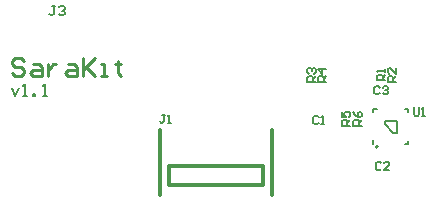
<source format=gto>
G04*
G04 #@! TF.GenerationSoftware,Altium Limited,Altium Designer,21.8.1 (53)*
G04*
G04 Layer_Color=65535*
%FSTAX43Y43*%
%MOMM*%
G71*
G04*
G04 #@! TF.SameCoordinates,E9D0F36F-AA13-4B2A-9452-88F94A95212A*
G04*
G04*
G04 #@! TF.FilePolarity,Positive*
G04*
G01*
G75*
%ADD10C,0.200*%
%ADD11C,0.150*%
%ADD12C,0.300*%
%ADD13C,0.250*%
D10*
X00332Y0004725D02*
G03*
X00332Y0004725I-00001J0D01*
G01*
X0034495Y000591D02*
X0034815D01*
Y000694D01*
X0033785Y000694D02*
X0034815Y000694D01*
X0033785Y000662D02*
Y000694D01*
Y000662D02*
X0034495Y000591D01*
X00022Y0009667D02*
X0002533Y0009D01*
X0002866Y0009667D01*
X00032Y0009D02*
X0003533D01*
X0003366D01*
Y001D01*
X00032Y0009833D01*
X0004033Y0009D02*
Y0009167D01*
X0004199D01*
Y0009D01*
X0004033D01*
X0004866D02*
X0005199D01*
X0005032D01*
Y001D01*
X0004866Y0009833D01*
D11*
X00328Y0004925D02*
Y0005325D01*
Y0007625D02*
Y0007925D01*
X00331D01*
X00355D02*
X00358D01*
Y0007625D02*
Y0007925D01*
Y0004925D02*
Y0005225D01*
X00355Y0004925D02*
X00358D01*
X0005917Y001665D02*
X000565D01*
X0005783D01*
Y0015983D01*
X000565Y001585D01*
X0005517D01*
X0005384Y0015983D01*
X0006183Y0016517D02*
X0006317Y001665D01*
X0006583D01*
X0006716Y0016517D01*
Y0016383D01*
X0006583Y001625D01*
X000645D01*
X0006583D01*
X0006716Y0016117D01*
Y0015983D01*
X0006583Y001585D01*
X0006317D01*
X0006183Y0015983D01*
X003185Y0006517D02*
X003115D01*
Y0006867D01*
X0031267Y0006983D01*
X00315D01*
X0031617Y0006867D01*
Y0006517D01*
Y000675D02*
X003185Y0006983D01*
X003115Y0007683D02*
X0031267Y000745D01*
X00315Y0007217D01*
X0031733D01*
X003185Y0007333D01*
Y0007567D01*
X0031733Y0007683D01*
X0031617D01*
X00315Y0007567D01*
Y0007217D01*
X003085Y0006517D02*
X003015D01*
Y0006867D01*
X0030267Y0006983D01*
X00305D01*
X0030617Y0006867D01*
Y0006517D01*
Y000675D02*
X003085Y0006983D01*
X003015Y0007683D02*
Y0007217D01*
X00305D01*
X0030383Y000745D01*
Y0007567D01*
X00305Y0007683D01*
X0030733D01*
X003085Y0007567D01*
Y0007333D01*
X0030733Y0007217D01*
X0036233Y000805D02*
Y0007467D01*
X003635Y000735D01*
X0036583D01*
X00367Y0007467D01*
Y000805D01*
X0036933Y000735D02*
X0037167D01*
X003705D01*
Y000805D01*
X0036933Y0007933D01*
X0033383Y0009733D02*
X0033267Y000985D01*
X0033033D01*
X0032917Y0009733D01*
Y0009267D01*
X0033033Y000915D01*
X0033267D01*
X0033383Y0009267D01*
X0033617Y0009733D02*
X0033733Y000985D01*
X0033967D01*
X0034083Y0009733D01*
Y0009617D01*
X0033967Y00095D01*
X003385D01*
X0033967D01*
X0034083Y0009383D01*
Y0009267D01*
X0033967Y000915D01*
X0033733D01*
X0033617Y0009267D01*
X0033483Y0003333D02*
X0033367Y000345D01*
X0033133D01*
X0033017Y0003333D01*
Y0002867D01*
X0033133Y000275D01*
X0033367D01*
X0033483Y0002867D01*
X0034183Y000275D02*
X0033717D01*
X0034183Y0003217D01*
Y0003333D01*
X0034067Y000345D01*
X0033833D01*
X0033717Y0003333D01*
X00282Y0007233D02*
X0028083Y000735D01*
X002785D01*
X0027733Y0007233D01*
Y0006767D01*
X002785Y000665D01*
X0028083D01*
X00282Y0006767D01*
X0028433Y000665D02*
X0028667D01*
X002855D01*
Y000735D01*
X0028433Y0007233D01*
X002885Y0010217D02*
X002815D01*
Y0010567D01*
X0028267Y0010683D01*
X00285D01*
X0028617Y0010567D01*
Y0010217D01*
Y001045D02*
X002885Y0010683D01*
Y0011267D02*
X002815D01*
X00285Y0010917D01*
Y0011383D01*
X003385Y0010333D02*
X003315D01*
Y0010683D01*
X0033267Y00108D01*
X00335D01*
X0033617Y0010683D01*
Y0010333D01*
Y0010567D02*
X003385Y00108D01*
Y0011033D02*
Y0011267D01*
Y001115D01*
X003315D01*
X0033267Y0011033D01*
X002795Y0010217D02*
X002725D01*
Y0010567D01*
X0027367Y0010683D01*
X00276D01*
X0027717Y0010567D01*
Y0010217D01*
Y001045D02*
X002795Y0010683D01*
X0027367Y0010917D02*
X002725Y0011033D01*
Y0011267D01*
X0027367Y0011383D01*
X0027483D01*
X00276Y0011267D01*
Y001115D01*
Y0011267D01*
X0027717Y0011383D01*
X0027833D01*
X002795Y0011267D01*
Y0011033D01*
X0027833Y0010917D01*
X003475Y0010217D02*
X003405D01*
Y0010567D01*
X0034167Y0010683D01*
X00344D01*
X0034517Y0010567D01*
Y0010217D01*
Y001045D02*
X003475Y0010683D01*
Y0011383D02*
Y0010917D01*
X0034283Y0011383D01*
X0034167D01*
X003405Y0011267D01*
Y0011033D01*
X0034167Y0010917D01*
X00152Y000745D02*
X0014967D01*
X0015083D01*
Y0006867D01*
X0014967Y000675D01*
X001485D01*
X0014733Y0006867D01*
X0015433Y000675D02*
X0015667D01*
X001555D01*
Y000745D01*
X0015433Y0007333D01*
D12*
X00155Y00015D02*
Y00031D01*
X001475Y00006D02*
Y00061D01*
X002425Y00006D02*
Y00061D01*
X00155Y00031D02*
X00235D01*
X00155Y00015D02*
X00235D01*
Y00031D01*
D13*
X000325Y0012D02*
X0003Y001225D01*
X00025D01*
X000225Y0012D01*
Y001175D01*
X00025Y00115D01*
X0003D01*
X000325Y001125D01*
Y0011D01*
X0003Y001075D01*
X00025D01*
X000225Y0011D01*
X0003999Y001175D02*
X0004499D01*
X0004749Y00115D01*
Y001075D01*
X0003999D01*
X000375Y0011D01*
X0003999Y001125D01*
X0004749D01*
X0005249Y001175D02*
Y001075D01*
Y001125D01*
X0005499Y00115D01*
X0005749Y001175D01*
X0005999D01*
X0006998D02*
X0007498D01*
X0007748Y00115D01*
Y001075D01*
X0006998D01*
X0006749Y0011D01*
X0006998Y001125D01*
X0007748D01*
X0008248Y001225D02*
Y001075D01*
Y001125D01*
X0009248Y001225D01*
X0008498Y00115D01*
X0009248Y001075D01*
X0009748D02*
X0010247D01*
X0009997D01*
Y001175D01*
X0009748D01*
X0011247Y0012D02*
Y001175D01*
X0010997D01*
X0011497D01*
X0011247D01*
Y0011D01*
X0011497Y001075D01*
M02*

</source>
